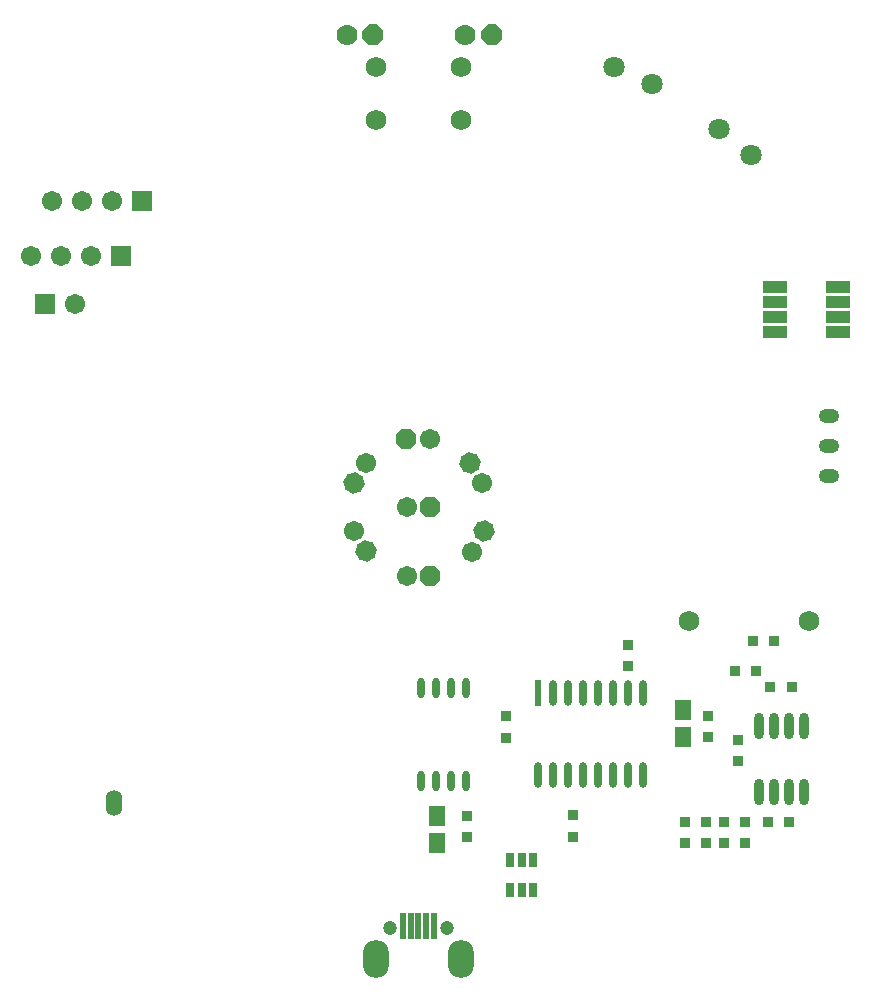
<source format=gbs>
%FSLAX25Y25*%
%MOIN*%
G70*
G01*
G75*
G04 Layer_Color=16711935*
%ADD10R,0.03000X0.03000*%
%ADD11R,0.03000X0.03000*%
%ADD12R,0.06000X0.13780*%
%ADD13R,0.05000X0.01000*%
%ADD14O,0.05000X0.01000*%
%ADD15R,0.01000X0.05000*%
%ADD16C,0.03937*%
%ADD17R,0.03600X0.03600*%
%ADD18R,0.05000X0.03600*%
%ADD19R,0.03600X0.03600*%
%ADD20R,0.03600X0.05000*%
%ADD21R,0.06000X0.05000*%
%ADD22R,0.07500X0.09000*%
%ADD23R,0.10827X0.10827*%
%ADD24R,0.05000X0.06000*%
%ADD25R,0.15748X0.11811*%
%ADD26O,0.03150X0.09843*%
%ADD27R,0.03150X0.09843*%
%ADD28R,0.11811X0.15748*%
%ADD29O,0.09843X0.03150*%
%ADD30R,0.09843X0.03150*%
%ADD31O,0.05906X0.01969*%
G04:AMPARAMS|DCode=32|XSize=86.61mil|YSize=47.24mil|CornerRadius=11.81mil|HoleSize=0mil|Usage=FLASHONLY|Rotation=270.000|XOffset=0mil|YOffset=0mil|HoleType=Round|Shape=RoundedRectangle|*
%AMROUNDEDRECTD32*
21,1,0.08661,0.02362,0,0,270.0*
21,1,0.06299,0.04724,0,0,270.0*
1,1,0.02362,-0.01181,-0.03150*
1,1,0.02362,-0.01181,0.03150*
1,1,0.02362,0.01181,0.03150*
1,1,0.02362,0.01181,-0.03150*
%
%ADD32ROUNDEDRECTD32*%
%ADD33R,0.04724X0.09449*%
%ADD34C,0.01000*%
%ADD35C,0.01969*%
%ADD36C,0.03150*%
%ADD37C,0.01181*%
%ADD38C,0.02953*%
%ADD39C,0.06000*%
%ADD40O,0.07874X0.11811*%
%ADD41C,0.06200*%
%ADD42P,0.06711X8X22.5*%
%ADD43R,0.05906X0.05906*%
%ADD44C,0.05906*%
%ADD45O,0.06000X0.04000*%
%ADD46O,0.04724X0.07874*%
%ADD47P,0.06392X8X22.5*%
%ADD48C,0.05906*%
%ADD49P,0.06392X8X142.5*%
%ADD50P,0.06392X8X82.5*%
%ADD51C,0.06299*%
%ADD52C,0.02362*%
%ADD53R,0.02362X0.04331*%
%ADD54R,0.07087X0.03150*%
%ADD55R,0.01575X0.07874*%
%ADD56O,0.01575X0.07874*%
%ADD57O,0.01969X0.05906*%
%ADD58O,0.02400X0.08000*%
%ADD59C,0.00787*%
%ADD60C,0.00500*%
%ADD61C,0.00800*%
%ADD62C,0.00394*%
%ADD63R,0.02567X0.13000*%
%ADD64R,0.02900X0.14000*%
%ADD65R,0.03800X0.03800*%
%ADD66R,0.03800X0.03800*%
%ADD67R,0.06800X0.14579*%
%ADD68R,0.05800X0.01800*%
%ADD69O,0.05800X0.01800*%
%ADD70R,0.01800X0.05800*%
%ADD71C,0.04737*%
%ADD72R,0.04400X0.04400*%
%ADD73R,0.05800X0.04400*%
%ADD74R,0.04400X0.04400*%
%ADD75R,0.04400X0.05800*%
%ADD76R,0.06800X0.05800*%
%ADD77R,0.08300X0.09800*%
%ADD78R,0.11627X0.11627*%
%ADD79R,0.05800X0.06800*%
%ADD80R,0.16548X0.12611*%
%ADD81O,0.03950X0.10642*%
%ADD82R,0.03950X0.10642*%
%ADD83R,0.12611X0.16548*%
%ADD84O,0.10642X0.03950*%
%ADD85R,0.10642X0.03950*%
%ADD86O,0.06706X0.02769*%
G04:AMPARAMS|DCode=87|XSize=94.61mil|YSize=55.24mil|CornerRadius=13.81mil|HoleSize=0mil|Usage=FLASHONLY|Rotation=270.000|XOffset=0mil|YOffset=0mil|HoleType=Round|Shape=RoundedRectangle|*
%AMROUNDEDRECTD87*
21,1,0.09461,0.02762,0,0,270.0*
21,1,0.06699,0.05524,0,0,270.0*
1,1,0.02762,-0.01381,-0.03350*
1,1,0.02762,-0.01381,0.03350*
1,1,0.02762,0.01381,0.03350*
1,1,0.02762,0.01381,-0.03350*
%
%ADD87ROUNDEDRECTD87*%
%ADD88R,0.05524X0.10249*%
%ADD89C,0.06800*%
%ADD90O,0.08674X0.12611*%
%ADD91C,0.07000*%
%ADD92P,0.07577X8X22.5*%
%ADD93R,0.06706X0.06706*%
%ADD94C,0.06706*%
%ADD95O,0.06800X0.04800*%
%ADD96O,0.05524X0.08674*%
%ADD97P,0.07258X8X22.5*%
%ADD98C,0.06706*%
%ADD99P,0.07258X8X142.5*%
%ADD100P,0.07258X8X82.5*%
%ADD101C,0.07099*%
%ADD102R,0.03162X0.05131*%
%ADD103R,0.07887X0.03950*%
%ADD104R,0.02375X0.08674*%
%ADD105O,0.02375X0.08674*%
%ADD106O,0.02769X0.06706*%
%ADD107O,0.03200X0.08800*%
D65*
X97100Y-76687D02*
D03*
Y-69600D02*
D03*
X29800Y-69800D02*
D03*
Y-76887D02*
D03*
X52200Y-109887D02*
D03*
Y-102800D02*
D03*
X107100Y-84700D02*
D03*
Y-77613D02*
D03*
X70500Y-52987D02*
D03*
Y-45900D02*
D03*
X16600Y-110087D02*
D03*
Y-103000D02*
D03*
D66*
X109500Y-105000D02*
D03*
X102413D02*
D03*
X109500Y-112100D02*
D03*
X102413D02*
D03*
X112013Y-44600D02*
D03*
X119100D02*
D03*
X89213Y-104991D02*
D03*
X96300D02*
D03*
X89213Y-112091D02*
D03*
X96300D02*
D03*
X106113Y-54500D02*
D03*
X113200D02*
D03*
X117113Y-105100D02*
D03*
X124200D02*
D03*
X117813Y-59900D02*
D03*
X124900D02*
D03*
D71*
X-9000Y-140300D02*
D03*
X10095D02*
D03*
D79*
X88700Y-67700D02*
D03*
Y-76700D02*
D03*
X6600Y-112000D02*
D03*
Y-103000D02*
D03*
D89*
X90700Y-38000D02*
D03*
X130858D02*
D03*
X14673Y128899D02*
D03*
X-13673D02*
D03*
Y146615D02*
D03*
X14673D02*
D03*
D90*
X14819Y-150733D02*
D03*
X-13724D02*
D03*
D91*
X16091Y157442D02*
D03*
X-23280D02*
D03*
D92*
X24891D02*
D03*
X-14480D02*
D03*
D93*
X-98700Y83700D02*
D03*
X-91600Y101900D02*
D03*
X-124100Y67600D02*
D03*
D94*
X-128700Y83700D02*
D03*
X-108700D02*
D03*
X-118700D02*
D03*
X-121600Y101900D02*
D03*
X-101600D02*
D03*
X-111600D02*
D03*
X-114100Y67600D02*
D03*
D95*
X137300Y10200D02*
D03*
Y30200D02*
D03*
Y20200D02*
D03*
D96*
X-100796Y-98572D02*
D03*
D97*
X4500Y0D02*
D03*
Y-23000D02*
D03*
X-3473Y22627D02*
D03*
D98*
X-3374Y0D02*
D03*
X21658Y7981D02*
D03*
X18363Y-14919D02*
D03*
X-3374Y-23000D02*
D03*
X-21037Y-7981D02*
D03*
X-16863Y14719D02*
D03*
X4401Y22627D02*
D03*
D99*
X17721Y14800D02*
D03*
X-17100Y-14800D02*
D03*
D100*
X22300Y-8100D02*
D03*
X-20800Y7900D02*
D03*
D101*
X65856Y146712D02*
D03*
X78344Y140888D02*
D03*
X100722Y126029D02*
D03*
X111278Y117171D02*
D03*
D102*
X31200Y-117800D02*
D03*
X34940D02*
D03*
X38680Y-127643D02*
D03*
Y-117800D02*
D03*
X34940Y-127643D02*
D03*
X31200D02*
D03*
D103*
X119500Y58300D02*
D03*
Y73300D02*
D03*
X140287D02*
D03*
Y68300D02*
D03*
Y63300D02*
D03*
Y58300D02*
D03*
X119500Y63300D02*
D03*
Y68300D02*
D03*
D104*
X5567Y-139800D02*
D03*
X3008D02*
D03*
X449D02*
D03*
X-2110D02*
D03*
X-4669D02*
D03*
X40400Y-61900D02*
D03*
D105*
X75400Y-89459D02*
D03*
X70400D02*
D03*
X65400D02*
D03*
X60400D02*
D03*
X55400D02*
D03*
X50400D02*
D03*
X45400D02*
D03*
X40400D02*
D03*
X75400Y-61900D02*
D03*
X70400D02*
D03*
X65400D02*
D03*
X60400D02*
D03*
X55400D02*
D03*
X50400D02*
D03*
X45400D02*
D03*
D106*
X16500Y-91402D02*
D03*
X11500D02*
D03*
X6500D02*
D03*
X1500D02*
D03*
X16500Y-60300D02*
D03*
X11500D02*
D03*
X6500D02*
D03*
X1500D02*
D03*
D107*
X129200Y-72900D02*
D03*
X124200D02*
D03*
X119200D02*
D03*
X114200D02*
D03*
Y-94900D02*
D03*
X119200D02*
D03*
X124200D02*
D03*
X129200D02*
D03*
M02*

</source>
